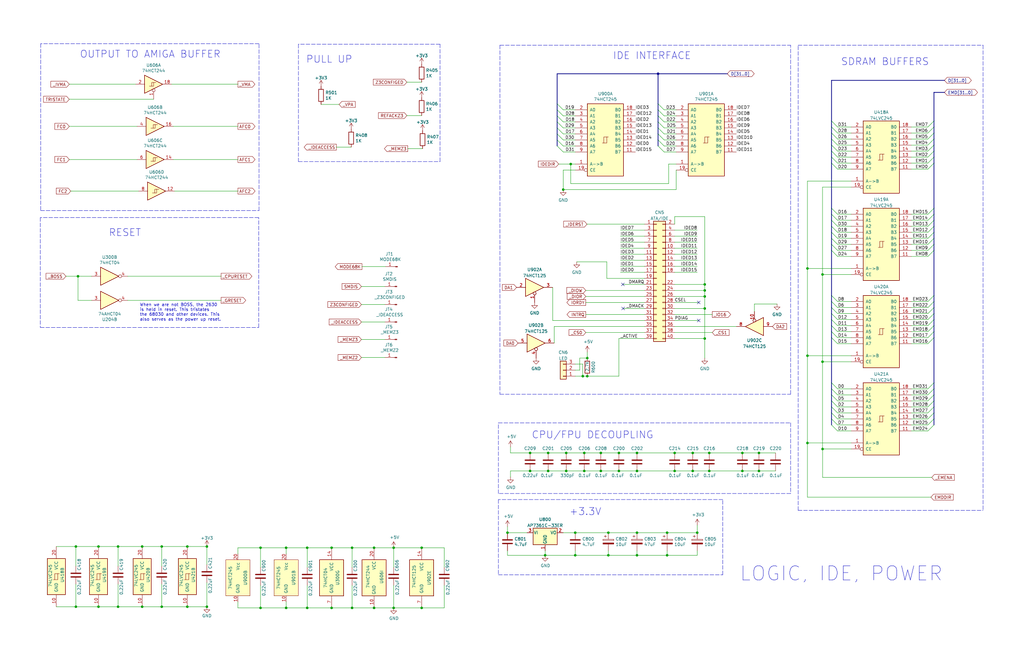
<source format=kicad_sch>
(kicad_sch (version 20211123) (generator eeschema)
  (paper "B")
  (title_block (title "Amiga N2630") (date "2022-08-20") (rev "2.2"))
  (junction (at 340.487 113.284))
  (junction (at 242.57 224.79))
  (junction (at 245.745 158.75))
  (junction (at 297.18 125.095))
  (junction (at 231.14 198.755))
  (junction (at 68.199 256.032))
  (junction (at 148.463 231.14))
  (junction (at 246.38 191.135))
  (junction (at 238.76 191.135))
  (junction (at 284.48 198.755))
  (junction (at 284.48 191.135))
  (junction (at 231.14 191.135))
  (junction (at 292.1 198.755))
  (junction (at 165.989 231.14))
  (junction (at 41.529 230.632))
  (junction (at 256.54 234.315))
  (junction (at 41.529 256.032))
  (junction (at 297.18 122.555))
  (junction (at 157.734 231.14))
  (junction (at 268.605 224.79))
  (junction (at 32.004 256.032))
  (junction (at 320.04 191.135))
  (junction (at 253.365 191.135))
  (junction (at 299.085 198.755))
  (junction (at 129.54 256.54))
  (junction (at 120.65 231.14))
  (junction (at 277.495 31.115))
  (junction (at 165.989 256.54))
  (junction (at 246.38 198.755))
  (junction (at 32.004 230.632))
  (junction (at 109.855 231.14))
  (junction (at 238.76 198.755))
  (junction (at 32.893 116.586))
  (junction (at 109.855 256.54))
  (junction (at 242.57 234.315))
  (junction (at 78.994 256.032))
  (junction (at 260.985 198.755))
  (junction (at 297.18 120.015))
  (junction (at 177.8 256.54))
  (junction (at 120.65 256.54))
  (junction (at 223.52 198.755))
  (junction (at 268.605 198.755))
  (junction (at 49.784 230.632))
  (junction (at 346.837 152.654))
  (junction (at 139.827 231.14))
  (junction (at 87.249 256.032))
  (junction (at 313.055 191.135))
  (junction (at 281.305 234.315))
  (junction (at 139.827 256.54))
  (junction (at 49.784 256.032))
  (junction (at 294.005 224.79))
  (junction (at 78.994 230.632))
  (junction (at 129.54 231.14))
  (junction (at 247.65 158.75))
  (junction (at 320.04 198.755))
  (junction (at 213.995 224.79))
  (junction (at 177.8 231.14))
  (junction (at 268.605 191.135))
  (junction (at 247.65 151.13))
  (junction (at 299.085 191.135))
  (junction (at 87.249 230.632))
  (junction (at 148.463 256.54))
  (junction (at 297.18 142.875))
  (junction (at 340.487 186.944))
  (junction (at 237.49 80.01))
  (junction (at 157.734 256.54))
  (junction (at 340.487 150.114))
  (junction (at 292.1 191.135))
  (junction (at 256.54 224.79))
  (junction (at 346.8624 189.484))
  (junction (at 297.18 130.175))
  (junction (at 346.837 115.824))
  (junction (at 313.055 198.755))
  (junction (at 268.605 234.315))
  (junction (at 229.87 234.315))
  (junction (at 59.944 256.032))
  (junction (at 59.944 230.632))
  (junction (at 240.665 69.215))
  (junction (at 253.365 198.755))
  (junction (at 281.305 224.79))
  (junction (at 68.199 230.632))
  (junction (at 260.985 191.135))
  (junction (at 223.52 191.135))
  (no_connect (at 294.64 127.635))
  (no_connect (at 294.64 135.255))
  (no_connect (at 262.763 130.175))
  (no_connect (at 262.636 120.015))
  (bus_entry (at 353.187 139.954) (size -2.54 -2.54))
  (bus_entry (at 277.495 48.895) (size 2.54 2.54))
  (bus_entry (at 277.495 46.355) (size 2.54 2.54))
  (bus_entry (at 277.495 43.815) (size 2.54 2.54))
  (bus_entry (at 277.495 61.595) (size 2.54 2.54))
  (bus_entry (at 277.495 59.055) (size 2.54 2.54))
  (bus_entry (at 277.495 56.515) (size 2.54 2.54))
  (bus_entry (at 277.495 53.975) (size 2.54 2.54))
  (bus_entry (at 277.495 51.435) (size 2.54 2.54))
  (bus_entry (at 353.187 164.084) (size -2.54 -2.54))
  (bus_entry (at 391.287 145.034) (size 2.54 -2.54))
  (bus_entry (at 391.287 166.624) (size 2.54 -2.54))
  (bus_entry (at 353.187 137.414) (size -2.54 -2.54))
  (bus_entry (at 391.287 164.084) (size 2.54 -2.54))
  (bus_entry (at 391.287 71.374) (size 2.54 -2.54))
  (bus_entry (at 353.187 142.494) (size -2.54 -2.54))
  (bus_entry (at 353.187 53.594) (size -2.54 -2.54))
  (bus_entry (at 353.187 129.794) (size -2.54 -2.54))
  (bus_entry (at 391.287 95.504) (size 2.54 -2.54))
  (bus_entry (at 391.287 103.124) (size 2.54 -2.54))
  (bus_entry (at 391.287 63.754) (size 2.54 -2.54))
  (bus_entry (at 391.287 169.164) (size 2.54 -2.54))
  (bus_entry (at 353.187 103.124) (size -2.54 -2.54))
  (bus_entry (at 391.287 98.044) (size 2.54 -2.54))
  (bus_entry (at 391.287 61.214) (size 2.54 -2.54))
  (bus_entry (at 391.287 127.254) (size 2.54 -2.54))
  (bus_entry (at 353.187 71.374) (size -2.54 -2.54))
  (bus_entry (at 353.187 169.164) (size -2.54 -2.54))
  (bus_entry (at 391.287 66.294) (size 2.54 -2.54))
  (bus_entry (at 353.187 100.584) (size -2.54 -2.54))
  (bus_entry (at 391.287 132.334) (size 2.54 -2.54))
  (bus_entry (at 391.287 142.494) (size 2.54 -2.54))
  (bus_entry (at 391.287 53.594) (size 2.54 -2.54))
  (bus_entry (at 353.187 90.424) (size -2.54 -2.54))
  (bus_entry (at 353.187 166.624) (size -2.54 -2.54))
  (bus_entry (at 353.187 108.204) (size -2.54 -2.54))
  (bus_entry (at 391.287 68.834) (size 2.54 -2.54))
  (bus_entry (at 353.187 95.504) (size -2.54 -2.54))
  (bus_entry (at 391.287 105.664) (size 2.54 -2.54))
  (bus_entry (at 391.287 171.704) (size 2.54 -2.54))
  (bus_entry (at 353.187 132.334) (size -2.54 -2.54))
  (bus_entry (at 391.287 137.414) (size 2.54 -2.54))
  (bus_entry (at 353.187 61.214) (size -2.54 -2.54))
  (bus_entry (at 391.287 108.204) (size 2.54 -2.54))
  (bus_entry (at 353.187 145.034) (size -2.54 -2.54))
  (bus_entry (at 353.187 127.254) (size -2.54 -2.54))
  (bus_entry (at 353.187 63.754) (size -2.54 -2.54))
  (bus_entry (at 353.187 134.874) (size -2.54 -2.54))
  (bus_entry (at 391.287 58.674) (size 2.54 -2.54))
  (bus_entry (at 353.187 68.834) (size -2.54 -2.54))
  (bus_entry (at 391.287 174.244) (size 2.54 -2.54))
  (bus_entry (at 391.287 181.864) (size 2.54 -2.54))
  (bus_entry (at 391.287 179.324) (size 2.54 -2.54))
  (bus_entry (at 391.287 176.784) (size 2.54 -2.54))
  (bus_entry (at 391.287 90.424) (size 2.54 -2.54))
  (bus_entry (at 353.187 92.964) (size -2.54 -2.54))
  (bus_entry (at 353.187 56.134) (size -2.54 -2.54))
  (bus_entry (at 353.187 181.864) (size -2.54 -2.54))
  (bus_entry (at 353.187 66.294) (size -2.54 -2.54))
  (bus_entry (at 353.187 179.324) (size -2.54 -2.54))
  (bus_entry (at 234.95 61.595) (size 2.54 2.54))
  (bus_entry (at 234.95 59.055) (size 2.54 2.54))
  (bus_entry (at 234.95 56.515) (size 2.54 2.54))
  (bus_entry (at 234.95 53.975) (size 2.54 2.54))
  (bus_entry (at 234.95 43.815) (size 2.54 2.54))
  (bus_entry (at 234.95 51.435) (size 2.54 2.54))
  (bus_entry (at 234.95 48.895) (size 2.54 2.54))
  (bus_entry (at 234.95 46.355) (size 2.54 2.54))
  (bus_entry (at 391.287 139.954) (size 2.54 -2.54))
  (bus_entry (at 353.187 174.244) (size -2.54 -2.54))
  (bus_entry (at 391.287 56.134) (size 2.54 -2.54))
  (bus_entry (at 353.187 98.044) (size -2.54 -2.54))
  (bus_entry (at 391.287 134.874) (size 2.54 -2.54))
  (bus_entry (at 353.187 105.664) (size -2.54 -2.54))
  (bus_entry (at 353.187 58.674) (size -2.54 -2.54))
  (bus_entry (at 353.187 171.704) (size -2.54 -2.54))
  (bus_entry (at 353.187 176.784) (size -2.54 -2.54))
  (bus_entry (at 391.287 100.584) (size 2.54 -2.54))
  (bus_entry (at 391.287 92.964) (size 2.54 -2.54))
  (bus_entry (at 391.287 129.794) (size 2.54 -2.54))
  (wire (pts (xy 384.302 127.254) (xy 391.287 127.254)))
  (wire (pts (xy 148.463 256.54) (xy 157.734 256.54)))
  (wire (pts (xy 41.529 256.032) (xy 49.784 256.032)))
  (wire (pts (xy 244.475 156.21) (xy 244.475 151.13)))
  (wire (pts (xy 281.94 77.47) (xy 240.665 77.47)))
  (wire (pts (xy 384.302 179.324) (xy 391.287 179.324)))
  (wire (pts (xy 247.65 151.13) (xy 247.65 148.59)))
  (bus (pts (xy 350.647 124.714) (xy 350.647 105.664)))
  (bus (pts (xy 350.647 174.244) (xy 350.647 171.704)))
  (wire (pts (xy 353.187 164.084) (xy 358.902 164.084)))
  (wire (pts (xy 280.035 51.435) (xy 285.115 51.435)))
  (wire (pts (xy 327.66 128.27) (xy 318.135 128.27)))
  (wire (pts (xy 242.57 153.67) (xy 245.745 153.67)))
  (bus (pts (xy 393.827 127.254) (xy 393.827 124.714)))
  (wire (pts (xy 353.187 53.594) (xy 358.902 53.594)))
  (polyline (pts (xy 333.375 208.28) (xy 210.185 208.28)))
  (wire (pts (xy 284.48 114.935) (xy 294.005 114.935)))
  (bus (pts (xy 234.95 48.895) (xy 234.95 46.355)))
  (wire (pts (xy 213.995 234.315) (xy 229.87 234.315)))
  (polyline (pts (xy 414.528 19.05) (xy 414.528 215.392)))
  (wire (pts (xy 353.187 71.374) (xy 358.902 71.374)))
  (wire (pts (xy 235.585 69.215) (xy 240.665 69.215)))
  (wire (pts (xy 285.115 69.215) (xy 281.94 69.215)))
  (polyline (pts (xy 336.55 215.392) (xy 414.528 215.392)))
  (wire (pts (xy 129.54 231.14) (xy 129.54 239.395)))
  (wire (pts (xy 384.302 166.624) (xy 391.287 166.624)))
  (polyline (pts (xy 336.55 19.05) (xy 414.528 19.05)))
  (bus (pts (xy 393.827 161.544) (xy 393.827 142.494)))
  (wire (pts (xy 284.48 130.175) (xy 297.18 130.175)))
  (bus (pts (xy 393.827 169.164) (xy 393.827 166.624)))
  (wire (pts (xy 260.985 198.755) (xy 253.365 198.755)))
  (wire (pts (xy 23.749 256.032) (xy 32.004 256.032)))
  (bus (pts (xy 393.827 105.664) (xy 393.827 103.124)))
  (wire (pts (xy 165.989 247.015) (xy 165.989 256.54)))
  (wire (pts (xy 73.66 80.645) (xy 100.33 80.645)))
  (bus (pts (xy 393.827 56.134) (xy 393.827 53.594)))
  (wire (pts (xy 171.958 62.738) (xy 178.181 62.738)))
  (wire (pts (xy 238.76 191.135) (xy 231.14 191.135)))
  (bus (pts (xy 350.647 98.044) (xy 350.647 95.504)))
  (polyline (pts (xy 185.547 18.669) (xy 125.857 18.669)))
  (wire (pts (xy 346.837 115.824) (xy 358.902 115.824)))
  (bus (pts (xy 393.827 132.334) (xy 393.827 129.794)))
  (bus (pts (xy 393.827 95.504) (xy 393.827 92.964)))
  (wire (pts (xy 32.004 256.032) (xy 41.529 256.032)))
  (wire (pts (xy 32.893 116.586) (xy 32.893 126.746)))
  (wire (pts (xy 148.463 231.14) (xy 157.734 231.14)))
  (wire (pts (xy 157.734 256.54) (xy 165.989 256.54)))
  (wire (pts (xy 280.035 46.355) (xy 285.115 46.355)))
  (wire (pts (xy 294.005 232.41) (xy 294.005 234.315)))
  (wire (pts (xy 346.837 115.824) (xy 346.837 152.654)))
  (wire (pts (xy 297.18 130.175) (xy 297.18 142.875)))
  (bus (pts (xy 350.647 179.324) (xy 350.647 176.784)))
  (wire (pts (xy 260.985 142.875) (xy 260.985 158.75)))
  (wire (pts (xy 384.302 95.504) (xy 391.287 95.504)))
  (polyline (pts (xy 109.093 138.176) (xy 109.093 91.821)))
  (wire (pts (xy 292.1 198.755) (xy 299.085 198.755)))
  (wire (pts (xy 247.015 127.635) (xy 271.78 127.635)))
  (wire (pts (xy 353.187 103.124) (xy 358.902 103.124)))
  (wire (pts (xy 129.54 256.54) (xy 139.827 256.54)))
  (bus (pts (xy 350.647 105.664) (xy 350.647 103.124)))
  (bus (pts (xy 393.827 176.784) (xy 393.827 174.244)))
  (wire (pts (xy 143.002 44.069) (xy 135.382 44.069)))
  (wire (pts (xy 255.905 117.475) (xy 271.78 117.475)))
  (wire (pts (xy 353.187 58.674) (xy 358.902 58.674)))
  (bus (pts (xy 234.95 31.115) (xy 277.495 31.115)))
  (polyline (pts (xy 210.82 166.37) (xy 333.375 166.37)))
  (polyline (pts (xy 210.185 208.28) (xy 210.185 178.435)))
  (wire (pts (xy 353.187 68.834) (xy 358.902 68.834)))
  (polyline (pts (xy 210.82 19.05) (xy 333.375 19.05)))
  (wire (pts (xy 32.004 230.632) (xy 23.749 230.632)))
  (bus (pts (xy 350.647 166.624) (xy 350.647 164.084)))
  (bus (pts (xy 393.827 51.054) (xy 393.827 38.989)))
  (wire (pts (xy 87.249 230.632) (xy 78.994 230.632)))
  (wire (pts (xy 384.302 66.294) (xy 391.287 66.294)))
  (wire (pts (xy 87.249 256.032) (xy 87.249 245.872)))
  (wire (pts (xy 346.837 78.994) (xy 346.837 115.824)))
  (bus (pts (xy 350.647 103.124) (xy 350.647 100.584)))
  (wire (pts (xy 384.302 181.864) (xy 391.287 181.864)))
  (wire (pts (xy 284.48 127.635) (xy 294.64 127.635)))
  (wire (pts (xy 109.855 247.015) (xy 109.855 256.54)))
  (wire (pts (xy 284.48 140.335) (xy 300.355 140.335)))
  (wire (pts (xy 284.48 109.855) (xy 294.005 109.855)))
  (wire (pts (xy 353.187 179.324) (xy 358.902 179.324)))
  (wire (pts (xy 261.62 102.235) (xy 271.78 102.235)))
  (wire (pts (xy 384.302 134.874) (xy 391.287 134.874)))
  (wire (pts (xy 268.605 191.135) (xy 284.48 191.135)))
  (wire (pts (xy 240.665 69.215) (xy 242.57 69.215)))
  (wire (pts (xy 346.8624 189.484) (xy 346.8624 201.4728)))
  (wire (pts (xy 64.77 41.91) (xy 29.21 41.91)))
  (wire (pts (xy 281.305 234.315) (xy 268.605 234.315)))
  (wire (pts (xy 53.848 126.746) (xy 93.218 126.746)))
  (wire (pts (xy 100.33 231.14) (xy 109.855 231.14)))
  (wire (pts (xy 340.487 113.284) (xy 340.487 150.114)))
  (wire (pts (xy 68.199 230.632) (xy 68.199 238.887)))
  (bus (pts (xy 393.827 179.324) (xy 393.827 176.784)))
  (wire (pts (xy 223.52 191.135) (xy 215.265 191.135)))
  (bus (pts (xy 234.95 43.815) (xy 234.95 31.115)))
  (wire (pts (xy 68.199 246.507) (xy 68.199 256.032)))
  (wire (pts (xy 242.57 156.21) (xy 244.475 156.21)))
  (wire (pts (xy 49.784 230.632) (xy 49.784 238.887)))
  (wire (pts (xy 139.827 231.14) (xy 148.463 231.14)))
  (bus (pts (xy 350.647 139.954) (xy 350.647 137.414)))
  (wire (pts (xy 237.49 224.79) (xy 242.57 224.79)))
  (bus (pts (xy 350.647 142.494) (xy 350.647 139.954)))
  (wire (pts (xy 320.04 191.135) (xy 313.055 191.135)))
  (wire (pts (xy 255.905 110.49) (xy 255.905 117.475)))
  (bus (pts (xy 234.95 46.355) (xy 234.95 43.815)))
  (bus (pts (xy 350.647 95.504) (xy 350.647 92.964)))
  (polyline (pts (xy 109.22 88.9) (xy 109.22 18.415)))
  (wire (pts (xy 187.325 247.015) (xy 187.325 256.54)))
  (wire (pts (xy 242.57 158.75) (xy 245.745 158.75)))
  (bus (pts (xy 277.495 59.055) (xy 277.495 56.515)))
  (bus (pts (xy 350.647 129.794) (xy 350.647 127.254)))
  (wire (pts (xy 353.187 134.874) (xy 358.902 134.874)))
  (wire (pts (xy 215.265 198.755) (xy 215.265 201.295)))
  (wire (pts (xy 152.4 120.904) (xy 162.306 120.904)))
  (polyline (pts (xy 210.82 19.05) (xy 210.82 166.37)))
  (bus (pts (xy 277.495 51.435) (xy 277.495 48.895)))
  (wire (pts (xy 268.605 198.755) (xy 284.48 198.755)))
  (wire (pts (xy 384.302 108.204) (xy 391.287 108.204)))
  (wire (pts (xy 281.305 224.79) (xy 294.005 224.79)))
  (bus (pts (xy 393.827 124.714) (xy 393.827 105.664)))
  (wire (pts (xy 284.48 99.695) (xy 294.005 99.695)))
  (wire (pts (xy 68.199 230.632) (xy 59.944 230.632)))
  (wire (pts (xy 384.302 169.164) (xy 391.287 169.164)))
  (wire (pts (xy 68.199 256.032) (xy 78.994 256.032)))
  (wire (pts (xy 346.8624 201.4728) (xy 392.8872 201.4728)))
  (wire (pts (xy 384.302 171.704) (xy 391.287 171.704)))
  (wire (pts (xy 346.837 152.654) (xy 358.902 152.654)))
  (wire (pts (xy 284.48 104.775) (xy 294.005 104.775)))
  (wire (pts (xy 353.187 63.754) (xy 358.902 63.754)))
  (wire (pts (xy 284.48 198.755) (xy 292.1 198.755)))
  (wire (pts (xy 229.87 232.41) (xy 229.87 234.315)))
  (wire (pts (xy 284.48 132.715) (xy 300.355 132.715)))
  (wire (pts (xy 237.49 59.055) (xy 242.57 59.055)))
  (wire (pts (xy 340.487 76.454) (xy 340.487 113.284)))
  (wire (pts (xy 148.463 247.015) (xy 148.463 256.54)))
  (wire (pts (xy 340.487 150.114) (xy 358.902 150.114)))
  (bus (pts (xy 393.827 87.884) (xy 393.827 68.834)))
  (wire (pts (xy 284.48 94.615) (xy 284.48 91.44)))
  (wire (pts (xy 384.302 174.244) (xy 391.287 174.244)))
  (wire (pts (xy 72.39 35.56) (xy 100.33 35.56)))
  (wire (pts (xy 384.302 137.414) (xy 391.287 137.414)))
  (wire (pts (xy 284.48 107.315) (xy 294.005 107.315)))
  (wire (pts (xy 59.944 230.632) (xy 49.784 230.632)))
  (bus (pts (xy 234.95 51.435) (xy 234.95 48.895)))
  (bus (pts (xy 234.95 61.595) (xy 234.95 59.055)))
  (wire (pts (xy 213.995 232.41) (xy 213.995 234.315)))
  (wire (pts (xy 384.302 139.954) (xy 391.287 139.954)))
  (bus (pts (xy 350.647 53.594) (xy 350.647 51.054)))
  (wire (pts (xy 100.33 256.54) (xy 109.855 256.54)))
  (wire (pts (xy 139.827 256.54) (xy 148.463 256.54)))
  (wire (pts (xy 237.49 51.435) (xy 242.57 51.435)))
  (wire (pts (xy 268.605 191.135) (xy 260.985 191.135)))
  (bus (pts (xy 393.827 100.584) (xy 393.827 98.044)))
  (wire (pts (xy 223.52 198.755) (xy 231.14 198.755)))
  (polyline (pts (xy 109.093 91.821) (xy 17.018 91.821)))
  (wire (pts (xy 152.654 112.522) (xy 162.56 112.522)))
  (wire (pts (xy 353.187 174.244) (xy 358.902 174.244)))
  (polyline (pts (xy 17.018 91.821) (xy 17.018 138.176)))
  (wire (pts (xy 245.745 158.75) (xy 247.65 158.75)))
  (bus (pts (xy 350.647 100.584) (xy 350.647 98.044)))
  (polyline (pts (xy 304.8 242.57) (xy 304.8 210.82)))
  (bus (pts (xy 277.495 43.815) (xy 277.495 31.115)))
  (wire (pts (xy 261.62 114.935) (xy 271.78 114.935)))
  (wire (pts (xy 58.42 80.645) (xy 29.845 80.645)))
  (wire (pts (xy 297.18 120.015) (xy 297.18 122.555)))
  (wire (pts (xy 313.055 198.755) (xy 320.04 198.755)))
  (wire (pts (xy 165.989 239.395) (xy 165.989 231.14)))
  (wire (pts (xy 261.62 107.315) (xy 271.78 107.315)))
  (bus (pts (xy 234.95 53.975) (xy 234.95 51.435)))
  (wire (pts (xy 260.985 142.875) (xy 271.78 142.875)))
  (wire (pts (xy 384.302 145.034) (xy 391.287 145.034)))
  (bus (pts (xy 393.827 142.494) (xy 393.827 139.954)))
  (wire (pts (xy 243.205 110.49) (xy 255.905 110.49)))
  (wire (pts (xy 242.57 224.79) (xy 256.54 224.79)))
  (bus (pts (xy 393.827 53.594) (xy 393.827 51.054)))
  (wire (pts (xy 120.65 254) (xy 120.65 256.54)))
  (polyline (pts (xy 333.375 178.435) (xy 333.375 208.28)))
  (wire (pts (xy 256.54 232.41) (xy 256.54 234.315)))
  (bus (pts (xy 277.495 53.975) (xy 277.495 51.435)))
  (polyline (pts (xy 17.018 138.176) (xy 109.093 138.176)))
  (bus (pts (xy 277.495 31.115) (xy 306.705 31.115)))
  (wire (pts (xy 358.902 78.994) (xy 346.837 78.994)))
  (wire (pts (xy 152.4 128.524) (xy 162.306 128.524)))
  (wire (pts (xy 384.302 129.794) (xy 391.287 129.794)))
  (wire (pts (xy 353.187 100.584) (xy 358.902 100.584)))
  (wire (pts (xy 231.14 198.755) (xy 238.76 198.755)))
  (wire (pts (xy 353.187 98.044) (xy 358.902 98.044)))
  (wire (pts (xy 384.302 71.374) (xy 391.287 71.374)))
  (wire (pts (xy 261.62 109.855) (xy 271.78 109.855)))
  (bus (pts (xy 350.647 164.084) (xy 350.647 161.544)))
  (polyline (pts (xy 17.145 88.9) (xy 109.22 88.9)))
  (wire (pts (xy 353.187 127.254) (xy 358.902 127.254)))
  (wire (pts (xy 280.035 64.135) (xy 285.115 64.135)))
  (wire (pts (xy 353.187 108.204) (xy 358.902 108.204)))
  (wire (pts (xy 294.005 224.79) (xy 294.005 221.615)))
  (wire (pts (xy 244.475 151.13) (xy 247.65 151.13)))
  (wire (pts (xy 247.523 94.615) (xy 271.78 94.615)))
  (bus (pts (xy 350.647 132.334) (xy 350.647 129.794)))
  (bus (pts (xy 393.827 68.834) (xy 393.827 66.294)))
  (bus (pts (xy 277.495 48.895) (xy 277.495 46.355)))
  (wire (pts (xy 256.54 224.79) (xy 268.605 224.79)))
  (wire (pts (xy 165.989 256.54) (xy 177.8 256.54)))
  (wire (pts (xy 340.487 186.944) (xy 358.902 186.944)))
  (wire (pts (xy 261.62 99.695) (xy 271.78 99.695)))
  (wire (pts (xy 237.49 80.01) (xy 285.115 80.01)))
  (polyline (pts (xy 125.857 68.199) (xy 185.547 68.199)))
  (wire (pts (xy 358.902 76.454) (xy 340.487 76.454)))
  (wire (pts (xy 233.68 137.795) (xy 233.68 144.78)))
  (wire (pts (xy 256.54 234.315) (xy 268.605 234.315)))
  (wire (pts (xy 32.004 246.507) (xy 32.004 256.032)))
  (wire (pts (xy 261.62 104.775) (xy 271.78 104.775)))
  (wire (pts (xy 280.035 53.975) (xy 285.115 53.975)))
  (wire (pts (xy 353.187 137.414) (xy 358.902 137.414)))
  (bus (pts (xy 393.827 129.794) (xy 393.827 127.254)))
  (bus (pts (xy 393.827 164.084) (xy 393.827 161.544)))
  (wire (pts (xy 59.944 256.032) (xy 68.199 256.032)))
  (wire (pts (xy 78.994 256.032) (xy 87.249 256.032)))
  (wire (pts (xy 229.87 234.315) (xy 242.57 234.315)))
  (wire (pts (xy 165.989 231.14) (xy 177.8 231.14)))
  (wire (pts (xy 53.848 116.586) (xy 93.218 116.586)))
  (wire (pts (xy 237.49 53.975) (xy 242.57 53.975)))
  (wire (pts (xy 261.62 97.155) (xy 271.78 97.155)))
  (wire (pts (xy 57.785 53.34) (xy 29.21 53.34)))
  (bus (pts (xy 393.827 61.214) (xy 393.827 58.674)))
  (bus (pts (xy 393.827 63.754) (xy 393.827 61.214)))
  (wire (pts (xy 57.15 35.56) (xy 29.21 35.56)))
  (bus (pts (xy 393.827 139.954) (xy 393.827 137.414)))
  (wire (pts (xy 346.8624 189.484) (xy 358.902 189.484)))
  (wire (pts (xy 384.302 100.584) (xy 391.287 100.584)))
  (wire (pts (xy 353.187 139.954) (xy 358.902 139.954)))
  (wire (pts (xy 253.365 191.135) (xy 246.38 191.135)))
  (wire (pts (xy 247.015 122.555) (xy 271.78 122.555)))
  (wire (pts (xy 129.54 231.14) (xy 139.827 231.14)))
  (wire (pts (xy 297.18 122.555) (xy 297.18 125.095)))
  (wire (pts (xy 353.187 95.504) (xy 358.902 95.504)))
  (wire (pts (xy 152.4 143.256) (xy 162.306 143.256)))
  (bus (pts (xy 234.95 56.515) (xy 234.95 53.975)))
  (bus (pts (xy 350.647 127.254) (xy 350.647 124.714)))
  (wire (pts (xy 141.859 62.103) (xy 148.082 62.103)))
  (wire (pts (xy 57.785 67.31) (xy 29.21 67.31)))
  (bus (pts (xy 277.495 46.355) (xy 277.495 43.815)))
  (bus (pts (xy 350.647 87.884) (xy 350.647 68.834)))
  (wire (pts (xy 284.48 122.555) (xy 297.18 122.555)))
  (bus (pts (xy 393.827 137.414) (xy 393.827 134.874)))
  (wire (pts (xy 78.994 230.632) (xy 68.199 230.632)))
  (wire (pts (xy 353.187 56.134) (xy 358.902 56.134)))
  (wire (pts (xy 238.76 198.755) (xy 246.38 198.755)))
  (wire (pts (xy 294.005 234.315) (xy 281.305 234.315)))
  (wire (pts (xy 109.855 231.14) (xy 109.855 239.395)))
  (wire (pts (xy 73.025 67.31) (xy 100.33 67.31)))
  (wire (pts (xy 353.187 142.494) (xy 358.902 142.494)))
  (wire (pts (xy 284.48 142.875) (xy 297.18 142.875)))
  (polyline (pts (xy 210.185 242.57) (xy 304.8 242.57)))
  (polyline (pts (xy 210.185 178.435) (xy 333.375 178.435)))
  (wire (pts (xy 353.187 169.164) (xy 358.902 169.164)))
  (wire (pts (xy 353.187 176.784) (xy 358.902 176.784)))
  (bus (pts (xy 393.827 90.424) (xy 393.827 87.884)))
  (wire (pts (xy 353.187 171.704) (xy 358.902 171.704)))
  (wire (pts (xy 120.65 231.14) (xy 129.54 231.14)))
  (wire (pts (xy 284.48 102.235) (xy 294.005 102.235)))
  (wire (pts (xy 384.302 98.044) (xy 391.287 98.044)))
  (wire (pts (xy 292.1 191.135) (xy 299.085 191.135)))
  (bus (pts (xy 350.647 66.294) (xy 350.647 63.754)))
  (wire (pts (xy 237.49 71.755) (xy 237.49 80.01)))
  (wire (pts (xy 384.302 63.754) (xy 391.287 63.754)))
  (wire (pts (xy 120.65 231.14) (xy 120.65 233.68)))
  (bus (pts (xy 393.827 58.674) (xy 393.827 56.134)))
  (wire (pts (xy 284.48 91.44) (xy 297.18 91.44)))
  (wire (pts (xy 262.763 130.175) (xy 271.78 130.175)))
  (wire (pts (xy 120.65 256.54) (xy 129.54 256.54)))
  (wire (pts (xy 187.325 256.54) (xy 177.8 256.54)))
  (wire (pts (xy 268.605 198.755) (xy 260.985 198.755)))
  (wire (pts (xy 247.015 132.715) (xy 271.78 132.715)))
  (polyline (pts (xy 304.8 210.82) (xy 210.185 210.82)))
  (wire (pts (xy 246.38 191.135) (xy 238.76 191.135)))
  (wire (pts (xy 280.035 61.595) (xy 285.115 61.595)))
  (bus (pts (xy 350.647 161.544) (xy 350.647 142.494)))
  (wire (pts (xy 223.52 198.755) (xy 215.265 198.755)))
  (bus (pts (xy 393.827 166.624) (xy 393.827 164.084)))
  (wire (pts (xy 171.577 34.671) (xy 177.8 34.671)))
  (bus (pts (xy 277.495 56.515) (xy 277.495 53.975)))
  (wire (pts (xy 280.035 59.055) (xy 285.115 59.055)))
  (wire (pts (xy 32.893 116.586) (xy 27.813 116.586)))
  (wire (pts (xy 233.045 135.255) (xy 271.78 135.255)))
  (wire (pts (xy 268.605 234.315) (xy 268.605 232.41)))
  (wire (pts (xy 260.985 191.135) (xy 253.365 191.135)))
  (wire (pts (xy 87.249 238.252) (xy 87.249 230.632)))
  (wire (pts (xy 41.529 230.632) (xy 32.004 230.632)))
  (wire (pts (xy 353.187 61.214) (xy 358.902 61.214)))
  (wire (pts (xy 353.187 129.794) (xy 358.902 129.794)))
  (wire (pts (xy 353.187 181.864) (xy 358.902 181.864)))
  (wire (pts (xy 281.305 232.41) (xy 281.305 234.315)))
  (bus (pts (xy 393.827 103.124) (xy 393.827 100.584)))
  (wire (pts (xy 353.187 92.964) (xy 358.902 92.964)))
  (wire (pts (xy 284.48 137.795) (xy 310.515 137.795)))
  (polyline (pts (xy 109.22 18.415) (xy 17.145 18.415)))
  (polyline (pts (xy 336.55 215.392) (xy 336.55 19.05)))
  (wire (pts (xy 242.57 234.315) (xy 242.57 232.41)))
  (bus (pts (xy 350.647 51.054) (xy 350.647 33.909)))
  (wire (pts (xy 237.49 56.515) (xy 242.57 56.515)))
  (wire (pts (xy 284.48 97.155) (xy 294.005 97.155)))
  (wire (pts (xy 213.995 224.79) (xy 213.995 222.25)))
  (wire (pts (xy 187.325 239.395) (xy 187.325 231.14)))
  (wire (pts (xy 148.463 239.395) (xy 148.463 231.14)))
  (wire (pts (xy 353.187 90.424) (xy 358.902 90.424)))
  (bus (pts (xy 393.827 134.874) (xy 393.827 132.334)))
  (wire (pts (xy 73.025 53.34) (xy 100.33 53.34)))
  (wire (pts (xy 384.302 68.834) (xy 391.287 68.834)))
  (bus (pts (xy 350.647 90.424) (xy 350.647 87.884)))
  (wire (pts (xy 237.49 46.355) (xy 242.57 46.355)))
  (wire (pts (xy 384.302 176.784) (xy 391.287 176.784)))
  (wire (pts (xy 231.14 191.135) (xy 223.52 191.135)))
  (wire (pts (xy 384.302 56.134) (xy 391.287 56.134)))
  (wire (pts (xy 49.784 246.507) (xy 49.784 256.032)))
  (wire (pts (xy 247.65 158.75) (xy 260.985 158.75)))
  (wire (pts (xy 384.302 103.124) (xy 391.287 103.124)))
  (wire (pts (xy 242.57 234.315) (xy 256.54 234.315)))
  (wire (pts (xy 353.187 66.294) (xy 358.902 66.294)))
  (wire (pts (xy 100.33 231.14) (xy 100.33 233.68)))
  (wire (pts (xy 340.487 209.804) (xy 392.557 209.804)))
  (wire (pts (xy 129.54 247.015) (xy 129.54 256.54)))
  (wire (pts (xy 384.302 58.674) (xy 391.287 58.674)))
  (wire (pts (xy 171.577 48.768) (xy 177.8 48.768)))
  (wire (pts (xy 187.325 231.14) (xy 177.8 231.14)))
  (bus (pts (xy 393.827 171.704) (xy 393.827 169.164)))
  (wire (pts (xy 247.015 125.095) (xy 271.78 125.095)))
  (wire (pts (xy 271.78 137.795) (xy 233.68 137.795)))
  (wire (pts (xy 246.38 198.755) (xy 253.365 198.755)))
  (wire (pts (xy 222.25 224.79) (xy 213.995 224.79)))
  (bus (pts (xy 393.827 174.244) (xy 393.827 171.704)))
  (bus (pts (xy 393.827 98.044) (xy 393.827 95.504)))
  (polyline (pts (xy 185.547 68.199) (xy 185.547 18.669)))
  (wire (pts (xy 262.636 120.015) (xy 271.78 120.015)))
  (wire (pts (xy 281.94 69.215) (xy 281.94 77.47)))
  (wire (pts (xy 384.302 61.214) (xy 391.287 61.214)))
  (wire (pts (xy 297.18 142.875) (xy 297.18 151.13)))
  (bus (pts (xy 350.647 176.784) (xy 350.647 174.244)))
  (bus (pts (xy 350.647 58.674) (xy 350.647 56.134)))
  (bus (pts (xy 393.827 38.989) (xy 398.272 38.989)))
  (polyline (pts (xy 333.375 166.37) (xy 333.375 19.05)))
  (wire (pts (xy 261.62 112.395) (xy 271.78 112.395)))
  (wire (pts (xy 284.48 120.015) (xy 297.18 120.015)))
  (wire (pts (xy 237.49 64.135) (xy 242.57 64.135)))
  (wire (pts (xy 284.48 191.135) (xy 292.1 191.135)))
  (wire (pts (xy 340.487 186.944) (xy 340.487 209.804)))
  (wire (pts (xy 38.608 126.746) (xy 32.893 126.746)))
  (wire (pts (xy 49.784 230.632) (xy 41.529 230.632)))
  (wire (pts (xy 100.33 254) (xy 100.33 256.54)))
  (wire (pts (xy 346.837 152.654) (xy 346.837 189.484)))
  (wire (pts (xy 318.135 128.27) (xy 318.135 131.445)))
  (wire (pts (xy 353.187 166.624) (xy 358.902 166.624)))
  (wire (pts (xy 38.608 116.586) (xy 32.893 116.586)))
  (wire (pts (xy 237.49 61.595) (xy 242.57 61.595)))
  (wire (pts (xy 109.855 256.54) (xy 120.65 256.54)))
  (wire (pts (xy 353.187 132.334) (xy 358.902 132.334)))
  (wire (pts (xy 353.187 105.664) (xy 358.902 105.664)))
  (wire (pts (xy 152.4 135.89) (xy 162.306 135.89)))
  (bus (pts (xy 350.647 169.164) (xy 350.647 166.624)))
  (wire (pts (xy 32.004 230.632) (xy 32.004 238.887)))
  (bus (pts (xy 277.495 61.595) (xy 277.495 59.055)))
  (wire (pts (xy 284.48 112.395) (xy 294.005 112.395)))
  (wire (pts (xy 152.4 150.876) (xy 162.306 150.876)))
  (wire (pts (xy 245.745 153.67) (xy 245.745 158.75)))
  (wire (pts (xy 247.015 140.335) (xy 271.78 140.335)))
  (bus (pts (xy 393.827 66.294) (xy 393.827 63.754)))
  (wire (pts (xy 109.855 231.14) (xy 120.65 231.14)))
  (bus (pts (xy 350.647 134.874) (xy 350.647 132.334)))
  (wire (pts (xy 384.302 53.594) (xy 391.287 53.594)))
  (wire (pts (xy 340.487 113.284) (xy 358.902 113.284)))
  (wire (pts (xy 233.045 135.255) (xy 233.045 121.285)))
  (wire (pts (xy 237.49 71.755) (xy 242.57 71.755)))
  (wire (pts (xy 346.837 189.484) (xy 346.8624 189.484)))
  (bus (pts (xy 350.647 33.909) (xy 398.272 33.909)))
  (bus (pts (xy 350.647 137.414) (xy 350.647 134.874)))
  (wire (pts (xy 320.04 198.755) (xy 327.025 198.755)))
  (bus (pts (xy 350.647 63.754) (xy 350.647 61.214)))
  (polyline (pts (xy 17.145 18.415) (xy 17.145 88.9)))
  (wire (pts (xy 384.302 142.494) (xy 391.287 142.494)))
  (bus (pts (xy 350.647 68.834) (xy 350.647 66.294)))
  (wire (pts (xy 215.265 191.135) (xy 215.265 188.595)))
  (bus (pts (xy 350.647 61.214) (xy 350.647 58.674)))
  (wire (pts (xy 280.035 56.515) (xy 285.115 56.515)))
  (bus (pts (xy 234.95 59.055) (xy 234.95 56.515)))
  (wire (pts (xy 297.18 91.44) (xy 297.18 120.015)))
  (wire (pts (xy 384.302 92.964) (xy 391.287 92.964)))
  (bus (pts (xy 393.827 92.964) (xy 393.827 90.424)))
  (polyline (pts (xy 210.185 210.82) (xy 210.185 242.57)))
  (wire (pts (xy 384.302 132.334) (xy 391.287 132.334)))
  (bus (pts (xy 350.647 56.134) (xy 350.647 53.594)))
  (wire (pts (xy 49.784 256.032) (xy 59.944 256.032)))
  (wire (pts (xy 157.734 231.14) (xy 165.989 231.14)))
  (wire (pts (xy 240.665 77.47) (xy 240.665 69.215)))
  (wire (pts (xy 353.187 145.034) (xy 358.902 145.034)))
  (wire (pts (xy 284.48 135.255) (xy 294.64 135.255)))
  (wire (pts (xy 327.025 191.135) (xy 320.04 191.135)))
  (wire (pts (xy 384.302 105.664) (xy 391.287 105.664)))
  (wire (pts (xy 384.302 90.424) (xy 391.287 90.424)))
  (wire (pts (xy 297.18 125.095) (xy 297.18 130.175)))
  (wire (pts (xy 237.49 48.895) (xy 242.57 48.895)))
  (wire (pts (xy 340.487 150.114) (xy 340.487 186.944)))
  (wire (pts (xy 299.085 198.755) (xy 313.055 198.755)))
  (wire (pts (xy 268.605 224.79) (xy 281.305 224.79)))
  (wire (pts (xy 384.302 164.084) (xy 391.287 164.084)))
  (wire (pts (xy 285.115 80.01) (xy 285.115 71.755)))
  (wire (pts (xy 280.035 48.895) (xy 285.115 48.895)))
  (wire (pts (xy 299.085 191.135) (xy 313.055 191.135)))
  (wire (pts (xy 284.48 125.095) (xy 297.18 125.095)))
  (polyline (pts (xy 125.857 18.669) (xy 125.857 68.199)))
  (bus (pts (xy 350.647 171.704) (xy 350.647 169.164)))
  (bus (pts (xy 350.647 92.964) (xy 350.647 90.424)))
  (text "IDE INTERFACE" (at 258.445 25.4 0) (effects (font (size 3 3)) (justify left bottom)))
  (text "PULL UP" (at 129.032 26.924 0) (effects (font (size 2.9972 2.9972)) (justify left bottom)))
  (text "RESET" (at 59.563 100.076 180) (effects (font (size 2.9972 2.9972)) (justify right bottom)))
  (text "CPU/FPU DECOUPLING" (at 224.155 185.42 0) (effects (font (size 2.9972 2.9972)) (justify left bottom)))
  (text "LOGIC, IDE, POWER" (at 311.785 245.745 0) (effects (font (size 6 6)) (justify left bottom)))
  (text "When we are not BOSS, the 2630\nis held in reset. This tristates \nthe 68030 and other devices. This\nalso serves as the power up reset." (at 58.928 135.636 0) (effects (font (size 1.27 1.27)) (justify left bottom)))
  (text "OUTPUT TO AMIGA BUFFER" (at 33.655 24.765 0) (effects (font (size 2.9972 2.9972)) (justify left bottom)))
  (text "SDRAM BUFFERS" (at 354.584 27.94 0) (effects (font (size 3 3)) (justify left bottom)))
  (text "+3.3V" (at 240.03 217.805 0) (effects (font (size 2.9972 2.9972)) (justify left bottom)))
  (label "CSEL" (at 284.48 127.635 0))
  (label "D20" (at 284.734 61.595 180))
  (label "D18" (at 353.314 98.044 0))
  (label "EMD17" (at 391.287 142.494 180))
  (label "EMD16" (at 391.287 145.034 180))
  (label "PDIAG" (at 284.48 135.255 0))
  (label "D25" (at 353.314 61.214 0))
  (label "IDED11" (at 310.515 64.135 0))
  (label "D28" (at 242.316 48.895 180))
  (label "EMD18" (at 391.287 139.954 180))
  (label "IDED6" (at 261.62 99.695 0))
  (label "D13" (at 353.314 139.954 0))
  (label "IDED7" (at 310.515 46.355 0))
  (label "IDED4" (at 261.62 104.775 0))
  (label "D22" (at 284.861 51.435 180))
  (label "EMD11" (at 391.287 100.584 180))
  (label "D10" (at 353.314 181.864 0))
  (label "D8" (at 353.314 127.254 0))
  (label "D0" (at 353.314 164.084 0))
  (label "_ACTIVE" (at 261.62 142.875 0))
  (label "IDED15" (at 294.005 114.935 180))
  (label "IDED9" (at 310.515 53.975 0))
  (label "EMD13" (at 391.287 95.504 180))
  (label "EMD20" (at 391.287 134.874 180))
  (label "_DMACK" (at 271.653 130.175 180))
  (label "IDED9" (at 294.005 99.695 180))
  (label "EMD15" (at 391.287 90.424 180))
  (label "D22" (at 353.314 66.294 0))
  (label "IDED14" (at 267.97 59.055 0))
  (label "EMD30" (at 391.287 166.624 180))
  (label "IDED10" (at 310.515 59.055 0))
  (label "IDED3" (at 261.62 107.315 0))
  (label "D26" (at 284.861 59.055 180))
  (label "EMD12" (at 391.287 98.044 180))
  (label "IDED8" (at 294.005 97.155 180))
  (label "D27" (at 284.861 64.135 180))
  (label "EMD8" (at 391.287 108.204 180))
  (label "D7" (at 353.314 179.324 0))
  (label "IDED0" (at 267.97 61.595 0))
  (label "D29" (at 353.314 103.124 0))
  (label "EMD7" (at 391.287 53.594 180))
  (label "D19" (at 242.189 46.355 180))
  (label "IDED4" (at 310.515 61.595 0))
  (label "D19" (at 353.314 100.584 0))
  (label "IDED14" (at 294.005 112.395 180))
  (label "D5" (at 353.314 169.164 0))
  (label "D20" (at 353.314 71.374 0))
  (label "D21" (at 284.988 56.515 180))
  (label "D26" (at 353.314 58.674 0))
  (label "D31" (at 353.314 53.594 0))
  (label "D23" (at 353.314 63.754 0))
  (label "D15" (at 353.314 145.034 0))
  (label "IDED8" (at 310.515 48.895 0))
  (label "IDED3" (at 267.97 46.355 0))
  (label "D1" (at 353.314 166.624 0))
  (label "IDED15" (at 267.97 64.135 0))
  (label "IDED6" (at 310.515 51.435 0))
  (label "EMD10" (at 391.287 103.124 180))
  (label "EMD2" (at 391.287 66.294 180))
  (label "EMD26" (at 391.287 176.784 180))
  (label "IDED2" (at 261.62 109.855 0))
  (label "EMD31" (at 391.287 164.084 180))
  (label "EMD22" (at 391.287 129.794 180))
  (label "EMD29" (at 391.287 169.164 180))
  (label "D4" (at 353.314 176.784 0))
  (label "D17" (at 242.316 56.515 180))
  (label "D18" (at 242.316 51.435 180))
  (label "D31" (at 242.316 64.135 180))
  (label "D23" (at 284.734 46.355 180))
  (label "EMD1" (at 391.287 68.834 180))
  (label "D24" (at 284.861 48.895 180))
  (label "EMD19" (at 391.287 137.414 180))
  (label "IDED5" (at 310.515 56.515 0))
  (label "D9" (at 353.314 132.334 0))
  (label "IDED12" (at 267.97 48.895 0))
  (label "EMD21" (at 391.287 132.334 180))
  (label "EMD24" (at 391.287 181.864 180))
  (label "D30" (at 242.189 59.055 180))
  (label "EMD28" (at 391.287 171.704 180))
  (label "EMD9" (at 391.287 105.664 180))
  (label "DMARQ" (at 271.653 120.015 180))
  (label "D27" (at 353.314 105.664 0))
  (label "D25" (at 284.988 53.975 180))
  (label "EMD3" (at 391.287 63.754 180))
  (label "D24" (at 353.314 108.204 0))
  (label "EMD27" (at 391.287 174.244 180))
  (label "IDED1" (at 261.62 112.395 0))
  (label "IDED10" (at 294.005 102.235 180))
  (label "IDED13" (at 294.005 109.855 180))
  (label "D16" (at 242.189 61.595 180))
  (label "D11" (at 353.314 137.414 0))
  (label "D6" (at 353.314 129.794 0))
  (label "D21" (at 353.314 68.834 0))
  (label "D17" (at 353.314 92.964 0))
  (label "IDED7" (at 261.62 97.155 0))
  (label "D2" (at 353.314 171.704 0))
  (label "EMD5" (at 391.287 58.674 180))
  (label "IDED12" (at 294.005 107.315 180))
  (label "D16" (at 353.314 90.424 0))
  (label "EMD25" (at 391.287 179.324 180))
  (label "IDED5" (at 261.62 102.235 0))
  (label "D29" (at 242.189 53.975 180))
  (label "D30" (at 353.314 95.504 0))
  (label "IDED13" (at 267.97 53.975 0))
  (label "EMD23" (at 391.287 127.254 180))
  (label "IDED1" (at 267.97 56.515 0))
  (label "EMD4" (at 391.287 61.214 180))
  (label "EMD6" (at 391.287 56.134 180))
  (label "EMD0" (at 391.287 71.374 180))
  (label "D3" (at 353.314 174.244 0))
  (label "D12" (at 353.314 134.874 0))
  (label "D14" (at 353.314 142.494 0))
  (label "IDED0" (at 261.62 114.935 0))
  (label "IDED2" (at 267.97 51.435 0))
  (label "D28" (at 353.314 56.134 0))
  (label "IDED11" (at 294.005 104.775 180))
  (label "EMD14" (at 391.287 92.964 180))
  (global_label "_MEMZ3" (shape input) (at 152.4 143.256 180) (property "Intersheet References" "${INTERSHEET_REFS}" (effects hide)))
  (global_label "_VMA" (shape output) (at 100.33 35.56 0) (effects (font (size 1.2954 1.2954))) (property "Intersheet References" "${INTERSHEET_REFS}" (effects hide)))
  (global_label "_IDERST" (shape input) (at 247.523 94.615 180) (property "Intersheet References" "${INTERSHEET_REFS}" (effects hide)))
  (global_label "_EMENA" (shape input) (at 392.8872 201.4728 0) (property "Intersheet References" "${INTERSHEET_REFS}" (effects hide)))
  (global_label "FC0" (shape input) (at 29.21 53.34 180) (effects (font (size 1.2954 1.2954))) (property "Intersheet References" "${INTERSHEET_REFS}" (effects hide)))
  (global_label "_IVMA" (shape input) (at 29.21 35.56 180) (effects (font (size 1.2954 1.2954))) (property "Intersheet References" "${INTERSHEET_REFS}" (effects hide)))
  (global_label "SMDIS" (shape input) (at 152.4 120.904 180) (property "Intersheet References" "${INTERSHEET_REFS}" (effects hide)))
  (global_label "_BOSS" (shape input) (at 27.813 116.586 180) (property "Intersheet References" "${INTERSHEET_REFS}" (effects hide)))
  (global_label "MODE68K" (shape output) (at 152.654 112.522 180) (property "Intersheet References" "${INTERSHEET_REFS}" (effects hide)))
  (global_label "_CS0" (shape input) (at 247.015 140.335 180) (property "Intersheet References" "${INTERSHEET_REFS}" (effects hide)))
  (global_label "DA2" (shape input) (at 325.755 137.795 0) (property "Intersheet References" "${INTERSHEET_REFS}" (effects hide)))
  (global_label "_IDEACCESS" (shape input) (at 152.4 135.89 180) (property "Intersheet References" "${INTERSHEET_REFS}" (effects hide)))
  (global_label "_DIOW" (shape input) (at 247.015 122.555 180) (property "Intersheet References" "${INTERSHEET_REFS}" (effects hide)))
  (global_label "EMDDIR" (shape input) (at 392.557 209.804 0) (property "Intersheet References" "${INTERSHEET_REFS}" (effects hide)))
  (global_label "DA0" (shape input) (at 218.44 144.78 180) (property "Intersheet References" "${INTERSHEET_REFS}" (effects hide)))
  (global_label "AFC0" (shape output) (at 100.33 53.34 0) (effects (font (size 1.2954 1.2954))) (property "Intersheet References" "${INTERSHEET_REFS}" (effects hide)))
  (global_label "IORDY" (shape output) (at 247.015 127.635 180) (property "Intersheet References" "${INTERSHEET_REFS}" (effects hide)))
  (global_label "DA1" (shape input) (at 217.805 121.285 180) (property "Intersheet References" "${INTERSHEET_REFS}" (effects hide)))
  (global_label "_VPA" (shape input) (at 143.002 44.069 0) (property "Intersheet References" "${INTERSHEET_REFS}" (effects hide)))
  (global_label "Z3CONFIGED" (shape input) (at 152.4 128.524 180) (property "Intersheet References" "${INTERSHEET_REFS}" (effects hide)))
  (global_label "IDEDIR" (shape input) (at 235.585 69.215 180) (property "Intersheet References" "${INTERSHEET_REFS}" (effects hide)))
  (global_label "_DIOR" (shape input) (at 247.015 125.095 180) (property "Intersheet References" "${INTERSHEET_REFS}" (effects hide)))
  (global_label "D[31..0]" (shape bidirectional) (at 398.272 33.909 0) (property "Intersheet References" "${INTERSHEET_REFS}" (effects hide)))
  (global_label "_CS1" (shape input) (at 300.355 140.335 0) (property "Intersheet References" "${INTERSHEET_REFS}" (effects hide)))
  (global_label "FC2" (shape input) (at 29.845 80.645 180) (effects (font (size 1.2954 1.2954))) (property "Intersheet References" "${INTERSHEET_REFS}" (effects hide)))
  (global_label "_MEMZ2" (shape input) (at 152.4 150.876 180) (property "Intersheet References" "${INTERSHEET_REFS}" (effects hide)))
  (global_label "D[31..0]" (shape bidirectional) (at 306.705 31.115 0) (property "Intersheet References" "${INTERSHEET_REFS}" (effects hide)))
  (global_label "EMD[31..0]" (shape bidirectional) (at 398.272 38.989 0) (property "Intersheet References" "${INTERSHEET_REFS}" (effects hide)))
  (global_label "FC1" (shape input) (at 29.21 67.31 180) (effects (font (size 1.2954 1.2954))) (property "Intersheet References" "${INTERSHEET_REFS}" (effects hide)))
  (global_label "INTRQ" (shape output) (at 247.015 132.715 180) (property "Intersheet References" "${INTERSHEET_REFS}" (effects hide)))
  (global_label "_GRESET" (shape output) (at 93.218 126.746 0) (property "Intersheet References" "${INTERSHEET_REFS}" (effects hide)))
  (global_label "_MEMZ3" (shape output) (at 171.958 62.738 180) (property "Intersheet References" "${INTERSHEET_REFS}" (effects hide)))
  (global_label "AFC2" (shape output) (at 100.33 80.645 0) (effects (font (size 1.2954 1.2954))) (property "Intersheet References" "${INTERSHEET_REFS}" (effects hide)))
  (global_label "REFACKZ3" (shape input) (at 171.577 48.768 180) (property "Intersheet References" "${INTERSHEET_REFS}" (effects hide)))
  (global_label "Z3CONFIGED" (shape input) (at 171.577 34.671 180) (property "Intersheet References" "${INTERSHEET_REFS}" (effects hide)))
  (global_label "TRISTATE" (shape input) (at 29.21 41.91 180) (effects (font (size 1.2954 1.2954))) (property "Intersheet References" "${INTERSHEET_REFS}" (effects hide)))
  (global_label "_CPURESET" (shape output) (at 93.218 116.586 0) (property "Intersheet References" "${INTERSHEET_REFS}" (effects hide)))
  (global_label "_IDEACCESS" (shape output) (at 141.859 62.103 180) (property "Intersheet References" "${INTERSHEET_REFS}" (effects hide)))
  (global_label "AFC1" (shape output) (at 100.33 67.31 0) (effects (font (size 1.2954 1.2954))) (property "Intersheet References" "${INTERSHEET_REFS}" (effects hide)))
  (global_label "_IO16" (shape output) (at 300.355 132.715 0) (property "Intersheet References" "${INTERSHEET_REFS}" (effects hide)))
  (symbol (lib_id "74xx:74LS05") (at 139.827 243.84 0) (unit 7)
    (property "Reference" "U300" (at 142.367 243.84 90))
    (property "Value" "74HCT04" (at 137.287 243.84 90))
    (property "Footprint" "Package_SO:SOIC-14_3.9x8.7mm_P1.27mm" (effects hide))
    (property "Datasheet" "http://www.ti.com/lit/gpn/sn74LS05" (effects hide))
  )
  (symbol (lib_id "74xx:74LS05") (at 46.228 116.586 0) (unit 2)
    (property "Reference" "U300" (at 46.228 108.5342 0))
    (property "Value" "74HCT04" (at 46.228 110.8456 0))
    (property "Footprint" "Package_SO:SOIC-14_3.9x8.7mm_P1.27mm" (effects hide))
    (property "Datasheet" "http://www.ti.com/lit/gpn/sn74LS05" (effects hide))
  )
  (symbol (lib_id "74xx:74LS04") (at 46.228 126.746 0) (unit 2)
    (property "Reference" "U204" (at 46.228 134.7978 0))
    (property "Value" "74AHCT04" (at 46.228 132.4864 0))
    (property "Footprint" "Package_SO:SOIC-14_3.9x8.7mm_P1.27mm" (effects hide))
    (property "Datasheet" "http://www.ti.com/lit/gpn/sn74LS04" (effects hide))
  )
  (symbol (lib_id "Device:R") (at 135.382 40.259 0) (unit 1)
    (property "Reference" "R501" (at 137.16 39.0906 0) (effects (justify left)))
    (property "Value" "1K" (at 137.16 41.402 0) (effects (justify left)))
    (property "Footprint" "Resistor_SMD:R_0805_2012Metric" (effects hide))
  )
  (symbol (lib_id "74xx:74LS244_Split") (at 64.77 35.56 0) (unit 1)
    (property "Reference" "U606" (at 64.77 27.5082 0))
    (property "Value" "74HCT244" (at 64.77 29.8196 0))
    (property "Footprint" "Package_SO:SOIC-20W_7.5x12.8mm_P1.27mm" (effects hide))
    (property "Datasheet" "http://www.ti.com/lit/ds/symlink/sn74ls241.pdf" (effects hide))
  )
  (symbol (lib_id "74xx:74LS244_Split") (at 65.405 53.34 0) (unit 2)
    (property "Reference" "U606" (at 65.405 45.2882 0))
    (property "Value" "74HCT244" (at 65.405 47.5996 0))
    (property "Footprint" "Package_SO:SOIC-20W_7.5x12.8mm_P1.27mm" (effects hide))
    (property "Datasheet" "http://www.ti.com/lit/ds/symlink/sn74ls241.pdf" (effects hide))
  )
  (symbol (lib_id "74xx:74LS244_Split") (at 65.405 67.31 0) (unit 3)
    (property "Reference" "U606" (at 65.405 59.2582 0))
    (property "Value" "74HCT244" (at 65.405 61.5696 0))
    (property "Footprint" "Package_SO:SOIC-20W_7.5x12.8mm_P1.27mm" (effects hide))
    (property "Datasheet" "http://www.ti.com/lit/ds/symlink/sn74ls241.pdf" (effects hide))
  )
  (symbol (lib_id "74xx:74LS244_Split") (at 66.04 80.645 0) (unit 4)
    (property "Reference" "U606" (at 66.04 72.5932 0))
    (property "Value" "74HCT244" (at 66.04 74.9046 0))
    (property "Footprint" "Package_SO:SOIC-20W_7.5x12.8mm_P1.27mm" (effects hide))
    (property "Datasheet" "http://www.ti.com/lit/ds/symlink/sn74ls241.pdf" (effects hide))
  )
  (symbol (lib_id "74xx:74LS244_Split") (at 157.734 243.84 0) (unit 9)
    (property "Reference" "U606" (at 160.909 246.38 90) (effects (justify left)))
    (property "Value" "74HCT244" (at 155.194 248.285 90) (effects (justify left)))
    (property "Footprint" "Package_SO:SOIC-20W_7.5x12.8mm_P1.27mm" (effects hide))
    (property "Datasheet" "http://www.ti.com/lit/ds/symlink/sn74ls241.pdf" (effects hide))
  )
  (symbol (lib_id "Device:C") (at 148.463 243.205 0) (unit 1)
    (property "Reference" "C300" (at 149.86 241.3 90) (effects (justify left)))
    (property "Value" "0.22uF" (at 149.86 251.587 90) (effects (justify left)))
    (property "Footprint" "Capacitor_SMD:C_0805_2012Metric" (effects hide))
  )
  (symbol (lib_id "Device:C") (at 165.989 243.205 0) (unit 1)
    (property "Reference" "C606" (at 167.386 241.173 90) (effects (justify left)))
    (property "Value" "0.22uF" (at 167.513 251.206 90) (effects (justify left)))
    (property "Footprint" "Capacitor_SMD:C_0805_2012Metric" (effects hide))
  )
  (symbol (lib_id "power:+5V") (at 165.989 231.14 0) (unit 1)
    (property "Reference" "#PWR0103" (effects hide))
    (property "Value" "+5V" (at 166.37 226.7458 0))
  )
  (symbol (lib_id "power:GND") (at 165.989 256.54 0) (unit 1)
    (property "Reference" "#PWR0183" (effects hide))
    (property "Value" "GND" (at 166.116 260.9342 0))
  )
  (symbol (lib_id "power:GND") (at 215.265 201.295 0) (unit 1)
    (property "Reference" "#PWR0185" (effects hide))
    (property "Value" "GND" (at 215.392 205.6892 0))
  )
  (symbol (lib_id "power:+3.3V") (at 294.005 221.615 0) (unit 1)
    (property "Reference" "#PWR0188" (effects hide))
    (property "Value" "+3.3V" (at 294.386 217.2208 0))
  )
  (symbol (lib_id "Device:C") (at 246.38 194.945 0) (unit 1)
    (property "Reference" "C206" (at 243.84 189.23 0) (effects (justify left)))
    (property "Value" "0.1uF" (at 243.84 200.66 0) (effects (justify left)))
    (property "Footprint" "Capacitor_SMD:C_0805_2012Metric" (effects hide))
  )
  (symbol (lib_id "Device:C") (at 299.085 194.945 0) (unit 1)
    (property "Reference" "C216" (at 296.545 189.23 0) (effects (justify left)))
    (property "Value" "0.1uF" (at 296.545 200.66 0) (effects (justify left)))
    (property "Footprint" "Capacitor_SMD:C_0805_2012Metric" (effects hide))
  )
  (symbol (lib_id "N2630:74LVC245") (at 371.602 176.784 0) (unit 1)
    (property "Reference" "U421" (at 371.602 157.8442 0))
    (property "Value" "74LVC245" (at 371.602 160.3811 0))
    (property "Footprint" "Package_SO:TSSOP-20_4.4x6.5mm_P0.65mm" (effects hide))
    (property "Datasheet" "http://www.ti.com/lit/gpn/sn74LS245" (effects hide))
  )
  (symbol (lib_id "power:+5V") (at 213.995 222.25 0) (unit 1)
    (property "Reference" "#PWR0187" (effects hide))
    (property "Value" "+5V" (at 214.376 217.8558 0))
  )
  (symbol (lib_id "74xx:74LS125") (at 226.06 144.78 0) (unit 2)
    (property "Reference" "U902" (at 226.06 137.2702 0))
    (property "Value" "74HCT125" (at 226.06 139.8071 0))
    (property "Footprint" "Package_SO:SOIC-14_3.9x8.7mm_P1.27mm" (effects hide))
    (property "Datasheet" "http://www.ti.com/lit/gpn/sn74LS125" (effects hide))
  )
  (symbol (lib_id "N2630:74HCT245") (at 100.33 243.84 0) (unit 2)
    (property "Reference" "U900" (at 103.505 243.84 90))
    (property "Value" "74HCT245" (at 97.155 243.84 90))
    (property "Footprint" "Package_SO:SOIC-20W_7.5x12.8mm_P1.27mm" (effects hide))
    (property "Datasheet" "http://www.ti.com/lit/gpn/sn74LS245" (effects hide))
  )
  (symbol (lib_id "Connector:Conn_01x01_Male") (at 167.386 120.904 180) (unit 1)
    (property "Reference" "JT2" (at 163.957 115.57 0))
    (property "Value" "SMDIS" (at 164.338 117.856 0))
    (property "Footprint" "Connector_PinHeader_2.54mm:PinHeader_1x01_P2.54mm_Vertical" (effects hide))
  )
  (symbol (lib_id "power:GND") (at 229.87 234.315 0) (unit 1)
    (property "Reference" "#PWR0186" (effects hide))
    (property "Value" "GND" (at 229.997 238.7092 0))
  )
  (symbol (lib_id "Device:C") (at 253.365 194.945 0) (unit 1)
    (property "Reference" "C208" (at 250.825 189.23 0) (effects (justify left)))
    (property "Value" "0.1uF" (at 250.825 200.66 0) (effects (justify left)))
    (property "Footprint" "Capacitor_SMD:C_0805_2012Metric" (effects hide))
  )
  (symbol (lib_id "power:+3.3V") (at 177.8 27.051 0) (unit 1)
    (property "Reference" "#PWR02" (effects hide))
    (property "Value" "+3.3V" (at 177.8 23.4752 0))
  )
  (symbol (lib_id "Device:C") (at 242.57 228.6 0) (unit 1)
    (property "Reference" "C800" (at 245.491 227.4316 0) (effects (justify left)))
    (property "Value" "4.7uF" (at 245.491 229.743 0) (effects (justify left)))
    (property "Footprint" "Capacitor_SMD:C_0805_2012Metric" (effects hide))
  )
  (symbol (lib_id "power:GND") (at 237.49 80.01 0) (unit 1)
    (property "Reference" "#PWR03" (effects hide))
    (property "Value" "GND" (at 237.49 84.4534 0))
  )
  (symbol (lib_id "N2630:74HCT245") (at 120.65 243.84 0) (unit 2)
    (property "Reference" "U901" (at 123.825 243.84 90))
    (property "Value" "74HCT245" (at 117.475 243.84 90))
    (property "Footprint" "Package_SO:SOIC-20W_7.5x12.8mm_P1.27mm" (effects hide))
    (property "Datasheet" "http://www.ti.com/lit/gpn/sn74LS245" (effects hide))
  )
  (symbol (lib_id "Connector:Conn_01x01_Male") (at 167.64 112.522 180) (unit 1)
    (property "Reference" "JT1" (at 164.211 107.188 0))
    (property "Value" "MODE68K" (at 164.592 109.474 0))
    (property "Footprint" "Connector_PinHeader_2.54mm:PinHeader_1x01_P2.54mm_Vertical" (effects hide))
  )
  (symbol (lib_id "Connector:Conn_01x01_Male") (at 167.386 128.524 180) (unit 1)
    (property "Reference" "JT3" (at 163.957 123.19 0))
    (property "Value" "_Z3CONFIGED" (at 164.338 125.476 0))
    (property "Footprint" "Connector_PinHeader_2.54mm:PinHeader_1x01_P2.54mm_Vertical" (effects hide))
  )
  (symbol (lib_id "Device:C") (at 320.04 194.945 0) (unit 1)
    (property "Reference" "C219" (at 317.5 189.23 0) (effects (justify left)))
    (property "Value" "0.1uF" (at 316.865 200.66 0) (effects (justify left)))
    (property "Footprint" "Capacitor_SMD:C_0805_2012Metric" (effects hide))
  )
  (symbol (lib_id "Device:C") (at 260.985 194.945 0) (unit 1)
    (property "Reference" "C200" (at 258.445 189.23 0) (effects (justify left)))
    (property "Value" "0.1uF" (at 257.81 200.66 0) (effects (justify left)))
    (property "Footprint" "Capacitor_SMD:C_0805_2012Metric" (effects hide))
  )
  (symbol (lib_id "Device:C") (at 187.325 243.205 0) (unit 1)
    (property "Reference" "C902" (at 188.722 241.173 90) (effects (justify left)))
    (property "Value" "0.22uF" (at 188.849 251.206 90) (effects (justify left)))
    (property "Footprint" "Capacitor_SMD:C_0805_2012Metric" (effects hide))
  )
  (symbol (lib_id "Regulator_Linear:AP7361C-33E") (at 229.87 224.79 0) (unit 1)
    (property "Reference" "U800" (at 229.87 219.1852 0))
    (property "Value" "AP7361C-33ER" (at 229.87 221.7221 0))
    (property "Footprint" "Package_TO_SOT_SMD:SOT-223-3_TabPin2" (effects hide))
    (property "Datasheet" "https://www.diodes.com/assets/Datasheets/AP7361C.pdf" (effects hide))
  )
  (symbol (lib_id "N2630:74LVC245") (at 78.994 243.332 0) (unit 2)
    (property "Reference" "U421" (at 81.534 245.872 90) (effects (justify left)))
    (property "Value" "74LVC245" (at 76.454 247.777 90) (effects (justify left)))
    (property "Footprint" "Package_SO:TSSOP-20_4.4x6.5mm_P0.65mm" (effects hide))
    (property "Datasheet" "http://www.ti.com/lit/gpn/sn74LS245" (effects hide))
  )
  (symbol (lib_id "Connector_Generic:Conn_02x20_Odd_Even") (at 276.86 117.475 0) (unit 1)
    (property "Reference" "CN5" (at 278.13 89.6452 0))
    (property "Value" "ATA/IDE" (at 278.13 92.1821 0))
    (property "Footprint" "N2630:ATA_Header_2x20_P2.54mm" (effects hide))
  )
  (symbol (lib_id "power:GND") (at 297.18 151.13 0) (unit 1)
    (property "Reference" "#PWR0170" (effects hide))
    (property "Value" "GND" (at 297.18 155.5734 0))
  )
  (symbol (lib_id "N2630:74LVC245") (at 371.602 66.294 0) (unit 1)
    (property "Reference" "U418" (at 371.602 47.3542 0))
    (property "Value" "74LVC245" (at 371.602 49.8911 0))
    (property "Footprint" "Package_SO:TSSOP-20_4.4x6.5mm_P0.65mm" (effects hide))
    (property "Datasheet" "http://www.ti.com/lit/gpn/sn74LS245" (effects hide))
  )
  (symbol (lib_id "power:+5V") (at 247.65 148.59 0) (unit 1)
    (property "Reference" "#PWR0202" (effects hide))
    (property "Value" "+5V" (at 248.031 144.1958 0))
  )
  (symbol (lib_id "power:GND") (at 327.66 128.27 0) (unit 1)
    (property "Reference" "#PWR0143" (effects hide))
    (property "Value" "GND" (at 327.66 132.7134 0))
  )
  (symbol (lib_id "power:+3.3V") (at 148.082 54.483 0) (unit 1)
    (property "Reference" "#PWR0152" (effects hide))
    (property "Value" "+3.3V" (at 148.082 50.9072 0))
  )
  (symbol (lib_id "Device:R") (at 148.082 58.293 0) (unit 1)
    (property "Reference" "R408" (at 149.86 57.1246 0) (effects (justify left)))
    (property "Value" "1K" (at 149.86 59.436 0) (effects (justify left)))
    (property "Footprint" "Resistor_SMD:R_0805_2012Metric" (effects hide))
  )
  (symbol (lib_id "Device:CP") (at 294.005 228.6 0) (unit 1)
    (property "Reference" "C805" (at 297.0022 227.4316 0) (effects (justify left)))
    (property "Value" "10uF" (at 297.0022 229.743 0) (effects (justify left)))
    (property "Footprint" "Capacitor_THT:CP_Radial_D5.0mm_P2.00mm" (effects hide))
  )
  (symbol (lib_id "Connector:Conn_01x01_Male") (at 167.386 150.876 180) (unit 1)
    (property "Reference" "JT6" (at 163.957 145.542 0))
    (property "Value" "_MEMZ2" (at 164.338 147.828 0))
    (property "Footprint" "Connector_PinHeader_2.54mm:PinHeader_1x01_P2.54mm_Vertical" (effects hide))
  )
  (symbol (lib_id "Device:C") (at 313.055 194.945 0) (unit 1)
    (property "Reference" "C218" (at 310.515 189.23 0) (effects (justify left)))
    (property "Value" "0.1uF" (at 310.515 200.66 0) (effects (justify left)))
    (property "Footprint" "Capacitor_SMD:C_0805_2012Metric" (effects hide))
  )
  (symbol (lib_id "Device:C") (at 213.995 228.6 0) (unit 1)
    (property "Reference" "C801" (at 216.916 227.4316 0) (effects (justify left)))
    (property "Value" "4.7uF" (at 216.916 229.743 0) (effects (justify left)))
    (property "Footprint" "Capacitor_SMD:C_0805_2012Metric" (effects hide))
  )
  (symbol (lib_id "N2630:74HCT245") (at 255.27 59.055 0) (unit 1)
    (property "Reference" "U900" (at 255.27 39.5732 0))
    (property "Value" "74HCT245" (at 255.27 41.8846 0))
    (property "Footprint" "Package_SO:SOIC-20W_7.5x12.8mm_P1.27mm" (effects hide))
    (property "Datasheet" "http://www.ti.com/lit/gpn/sn74LS245" (effects hide))
  )
  (symbol (lib_id "power:+3.3V") (at 135.382 36.449 0) (unit 1)
    (property "Reference" "#PWR0150" (effects hide))
    (property "Value" "+3.3V" (at 135.382 32.8732 0))
  )
  (symbol (lib_id "power:+3.3V") (at 178.181 55.118 0) (unit 1)
    (property "Reference" "#PWR0151" (effects hide))
    (property "Value" "+3.3V" (at 178.181 51.5422 0))
  )
  (symbol (lib_id "N2630:74LVC245") (at 23.749 243.332 0) (unit 2)
    (property "Reference" "U418" (at 26.289 245.872 90) (effects (justify left)))
    (property "Value" "74LVC245" (at 21.209 247.777 90) (effects (justify left)))
    (property "Footprint" "Package_SO:TSSOP-20_4.4x6.5mm_P0.65mm" (effects hide))
    (property "Datasheet" "http://www.ti.com/lit/gpn/sn74LS245" (effects hide))
  )
  (symbol (lib_id "Device:C") (at 292.1 194.945 0) (unit 1)
    (property "Reference" "C215" (at 289.56 189.23 0) (effects (justify left)))
    (property "Value" "0.1uF" (at 289.56 200.66 0) (effects (justify left)))
    (property "Footprint" "Capacitor_SMD:C_0805_2012Metric" (effects hide))
  )
  (symbol (lib_id "Device:CP") (at 281.305 228.6 0) (unit 1)
    (property "Reference" "C804" (at 284.3022 227.4316 0) (effects (justify left)))
    (property "Value" "10uF" (at 284.3022 229.743 0) (effects (justify left)))
    (property "Footprint" "Capacitor_THT:CP_Radial_D5.0mm_P2.00mm" (effects hide))
  )
  (symbol (lib_id "Device:C") (at 268.605 194.945 0) (unit 1)
    (property "Reference" "C202" (at 266.065 189.23 0) (effects (justify left)))
    (property "Value" "0.1uF" (at 265.43 200.66 0) (effects (justify left)))
    (property "Footprint" "Capacitor_SMD:C_0805_2012Metric" (effects hide))
  )
  (symbol (lib_id "Connector:Conn_01x01_Male") (at 167.386 143.256 180) (unit 1)
    (property "Reference" "JT5" (at 163.957 137.922 0))
    (property "Value" "_MEMZ3" (at 164.338 140.208 0))
    (property "Footprint" "Connector_PinHeader_2.54mm:PinHeader_1x01_P2.54mm_Vertical" (effects hide))
  )
  (symbol (lib_id "Device:R") (at 178.181 58.928 0) (unit 1)
    (property "Reference" "R407" (at 179.959 57.7596 0) (effects (justify left)))
    (property "Value" "1K" (at 179.959 60.071 0) (effects (justify left)))
    (property "Footprint" "Resistor_SMD:R_0805_2012Metric" (effects hide))
  )
  (symbol (lib_id "Device:R") (at 247.65 154.94 0) (unit 1)
    (property "Reference" "R600" (at 250.19 157.48 90) (effects (justify left)))
    (property "Value" "2.7K" (at 247.65 156.845 90) (effects (justify left)))
    (property "Footprint" "Resistor_SMD:R_0805_2012Metric" (effects hide))
  )
  (symbol (lib_id "N2630:74LVC245") (at 59.944 243.332 0) (unit 2)
    (property "Reference" "U420" (at 62.484 245.872 90) (effects (justify left)))
    (property "Value" "74LVC245" (at 57.404 247.777 90) (effects (justify left)))
    (property "Footprint" "Package_SO:TSSOP-20_4.4x6.5mm_P0.65mm" (effects hide))
  )
  (symbol (lib_id "Device:C") (at 68.199 242.697 0) (unit 1)
    (property "Reference" "C420" (at 69.596 240.792 90) (effects (justify left)))
    (property "Value" "0.22uF" (at 69.596 251.079 90) (effects (justify left)))
    (property "Footprint" "Capacitor_SMD:C_0805_2012Metric" (effects hide))
  )
  (symbol (lib_id "N2630:74LVC245") (at 371.602 139.954 0) (unit 1)
    (property "Reference" "U420" (at 371.602 121.0142 0))
    (property "Value" "74LVC245" (at 371.602 123.5511 0))
    (property "Footprint" "Package_SO:TSSOP-20_4.4x6.5mm_P0.65mm" (effects hide))
  )
  (symbol (lib_id "Device:C") (at 87.249 242.062 0) (unit 1)
    (property "Reference" "C421" (at 88.646 240.157 90) (effects (justify left)))
    (property "Value" "0.22uF" (at 88.646 250.444 90) (effects (justify left)))
    (property "Footprint" "Capacitor_SMD:C_0805_2012Metric" (effects hide))
  )
  (symbol (lib_id "Device:C") (at 129.54 243.205 0) (unit 1)
    (property "Reference" "C901" (at 130.937 241.3 90) (effects (justify left)))
    (property "Value" "0.22uF" (at 130.937 251.587 90) (effects (justify left)))
    (property "Footprint" "Capacitor_SMD:C_0805_2012Metric" (effects hide))
  )
  (symbol (lib_id "power:GND") (at 87.249 256.032 0) (unit 1)
    (property "Reference" "#PWR0198" (effects hide))
    (property "Value" "GND" (at 87.249 259.842 0))
  )
  (symbol (lib_id "Device:C") (at 238.76 194.945 0) (unit 1)
    (property "Reference" "C205" (at 236.22 189.23 0) (effects (justify left)))
    (property "Value" "330pF" (at 236.22 200.66 0) (effects (justify left)))
    (property "Footprint" "Capacitor_SMD:C_0805_2012Metric" (effects hide))
  )
  (symbol (lib_id "N2630:74HCT245") (at 297.815 59.055 0) (unit 1)
    (property "Reference" "U901" (at 297.815 39.5732 0))
    (property "Value" "74HCT245" (at 297.815 41.8846 0))
    (property "Footprint" "Package_SO:SOIC-20W_7.5x12.8mm_P1.27mm" (effects hide))
    (property "Datasheet" "http://www.ti.com/lit/gpn/sn74LS245" (effects hide))
  )
  (symbol (lib_id "Device:C") (at 223.52 194.945 0) (unit 1)
    (property "Reference" "C209" (at 220.98 189.23 0) (effects (justify left)))
    (property "Value" "0.22uF" (at 220.345 200.66 0) (effects (justify left)))
    (property "Footprint" "Capacitor_SMD:C_0805_2012Metric" (effects hide))
  )
  (symbol (lib_id "Device:R") (at 177.8 44.958 0) (unit 1)
    (property "Reference" "R406" (at 179.578 43.7896 0) (effects (justify left)))
    (property "Value" "1K" (at 179.578 46.101 0) (effects (justify left)))
    (property "Footprint" "Resistor_SMD:R_0805_2012Metric" (effects hide))
  )
  (symbol (lib_id "power:GND") (at 225.425 127.635 0) (unit 1)
    (property "Reference" "#PWR0145" (effects hide))
    (property "Value" "GND" (at 225.425 132.0784 0))
  )
  (symbol (lib_id "Device:C") (at 231.14 194.945 0) (unit 1)
    (property "Reference" "C201" (at 228.6 189.23 0) (effects (justify left)))
    (property "Value" "0.1uF" (at 227.965 200.66 0) (effects (justify left)))
    (property "Footprint" "Capacitor_SMD:C_0805_2012Metric" (effects hide))
  )
  (symbol (lib_id "74xx:74LS125") (at 177.8 243.84 0) (unit 5)
    (property "Reference" "U902" (at 180.975 247.015 90) (effects (justify left)))
    (property "Value" "74HCT125" (at 174.625 248.285 90) (effects (justify left)))
    (property "Footprint" "Package_SO:SOIC-14_3.9x8.7mm_P1.27mm" (effects hide))
    (property "Datasheet" "http://www.ti.com/lit/gpn/sn74LS125" (effects hide))
  )
  (symbol (lib_id "power:GND") (at 226.06 151.13 0) (unit 1)
    (property "Reference" "#PWR0144" (effects hide))
    (property "Value" "GND" (at 226.06 155.5734 0))
  )
  (symbol (lib_id "Device:CP") (at 268.605 228.6 0) (unit 1)
    (property "Reference" "C803" (at 271.6022 227.4316 0) (effects (justify left)))
    (property "Value" "47uF" (at 271.6022 229.743 0) (effects (justify left)))
    (property "Footprint" "Capacitor_THT:CP_Radial_D5.0mm_P2.00mm" (effects hide))
  )
  (symbol (lib_id "power:GND") (at 243.205 110.49 0) (unit 1)
    (property "Reference" "#PWR0163" (effects hide))
    (property "Value" "GND" (at 243.205 114.9334 0))
  )
  (symbol (lib_id "power:+3.3V") (at 87.249 230.632 0) (unit 1)
    (property "Reference" "#PWR0199" (effects hide))
    (property "Value" "+3.3V" (at 87.249 227.0562 0))
  )
  (symbol (lib_id "74xx:74LS125") (at 318.135 137.795 180) (unit 3)
    (property "Reference" "U902" (at 318.135 143.6354 0))
    (property "Value" "74HCT125" (at 318.135 146.1723 0))
    (property "Footprint" "Package_SO:SOIC-14_3.9x8.7mm_P1.27mm" (effects hide))
    (property "Datasheet" "http://www.ti.com/lit/gpn/sn74LS125" (effects hide))
  )
  (symbol (lib_id "N2630:74LVC245") (at 41.529 243.332 0) (unit 2)
    (property "Reference" "U419" (at 44.069 245.872 90) (effects (justify left)))
    (property "Value" "74LVC245" (at 38.989 247.777 90) (effects (justify left)))
    (property "Footprint" "Package_SO:TSSOP-20_4.4x6.5mm_P0.65mm" (effects hide))
    (property "Datasheet" "http://www.ti.com/lit/gpn/sn74LS245" (effects hide))
  )
  (symbol (lib_id "74xx:74LS125") (at 225.425 121.285 0) (unit 1)
    (property "Reference" "U902" (at 225.425 113.7752 0))
    (property "Value" "74HCT125" (at 225.425 116.3121 0))
    (property "Footprint" "Package_SO:SOIC-14_3.9x8.7mm_P1.27mm" (effects hide))
    (property "Datasheet" "http://www.ti.com/lit/gpn/sn74LS125" (effects hide))
  )
  (symbol (lib_id "power:+3.3V") (at 177.8 41.148 0) (unit 1)
    (property "Reference" "#PWR0131" (effects hide))
    (property "Value" "+3.3V" (at 177.8 37.5722 0))
  )
  (symbol (lib_id "Device:C") (at 109.855 243.205 0) (unit 1)
    (property "Reference" "C900" (at 111.252 241.3 90) (effects (justify left)))
    (property "Value" "0.22uF" (at 111.252 251.587 90) (effects (justify left)))
    (property "Footprint" "Capacitor_SMD:C_0805_2012Metric" (effects hide))
  )
  (symbol (lib_id "power:+5V") (at 215.265 188.595 0) (unit 1)
    (property "Reference" "#PWR0184" (effects hide))
    (property "Value" "+5V" (at 215.646 184.2008 0))
  )
  (symbol (lib_id "Device:C") (at 32.004 242.697 0) (unit 1)
    (property "Reference" "C418" (at 33.401 240.792 90) (effects (justify left)))
    (property "Value" "0.22uF" (at 33.401 251.079 90) (effects (justify left)))
    (property "Footprint" "Capacitor_SMD:C_0805_2012Metric" (effects hide))
  )
  (symbol (lib_id "Device:C") (at 284.48 194.945 0) (unit 1)
    (property "Reference" "C214" (at 281.94 189.23 0) (effects (justify left)))
    (property "Value" "0.1uF" (at 281.94 200.66 0) (effects (justify left)))
    (property "Footprint" "Capacitor_SMD:C_0805_2012Metric" (effects hide))
  )
  (symbol (lib_id "N2630:74LVC245") (at 371.602 103.124 0) (unit 1)
    (property "Reference" "U419" (at 371.602 84.1842 0))
    (property "Value" "74LVC245" (at 371.602 86.7211 0))
    (property "Footprint" "Package_SO:TSSOP-20_4.4x6.5mm_P0.65mm" (effects hide))
    (property "Datasheet" "http://www.ti.com/lit/gpn/sn74LS245" (effects hide))
  )
  (symbol (lib_id "Device:R") (at 177.8 30.861 0) (unit 1)
    (property "Reference" "R405" (at 179.578 29.6926 0) (effects (justify left)))
    (property "Value" "1K" (at 179.578 32.004 0) (effects (justify left)))
    (property "Footprint" "Resistor_SMD:R_0805_2012Metric" (effects hide))
  )
  (symbol (lib_id "Connector:Conn_01x01_Male") (at 167.386 135.89 180) (unit 1)
    (property "Reference" "JT4" (at 163.957 130.556 0))
    (property "Value" "_IDEACCESS" (at 164.338 132.842 0))
    (property "Footprint" "Connector_PinHeader_2.54mm:PinHeader_1x01_P2.54mm_Vertical" (effects hide))
  )
  (symbol (lib_id "Connector_Generic:Conn_01x03") (at 237.49 156.21 180) (unit 1)
    (property "Reference" "CN6" (at 237.49 148.7002 0))
    (property "Value" "LED" (at 237.49 151.2371 0))
    (property "Footprint" "Connector_PinHeader_2.54mm:PinHeader_1x03_P2.54mm_Vertical" (effects hide))
  )
  (symbol (lib_id "Device:CP") (at 256.54 228.6 0) (unit 1)
    (property "Reference" "C802" (at 259.5372 227.4316 0) (effects (justify left)))
    (property "Value" "10uF" (at 259.5372 229.743 0) (effects (justify left)))
    (property "Footprint" "Capacitor_THT:CP_Radial_D5.0mm_P2.00mm" (effects hide))
  )
  (symbol (lib_id "Device:C") (at 49.784 242.697 0) (unit 1)
    (property "Reference" "C419" (at 51.181 240.792 90) (effects (justify left)))
    (property "Value" "0.22uF" (at 51.181 251.079 90) (effects (justify left)))
    (property "Footprint" "Capacitor_SMD:C_0805_2012Metric" (effects hide))
  )
  (symbol (lib_id "Device:C") (at 327.025 194.945 0) (unit 1)
    (property "Reference" "C220" (at 324.485 189.23 0) (effects (justify left)))
    (property "Value" "0.1uF" (at 324.485 200.66 0) (effects (justify left)))
    (property "Footprint" "Capacitor_SMD:C_0805_2012Metric" (effects hide))
  )
)
</source>
